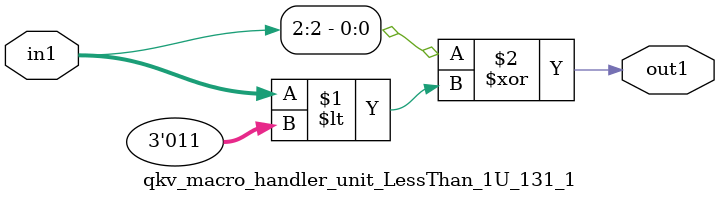
<source format=v>

`timescale 1ps / 1ps


module qkv_macro_handler_unit_LessThan_1U_131_1( in1, out1 );

    input [2:0] in1;
    output out1;

    
    // rtl_process:qkv_macro_handler_unit_LessThan_1U_131_1/qkv_macro_handler_unit_LessThan_1U_131_1_thread_1
    assign out1 = (in1[2] ^ in1 < 3'd3);

endmodule


</source>
